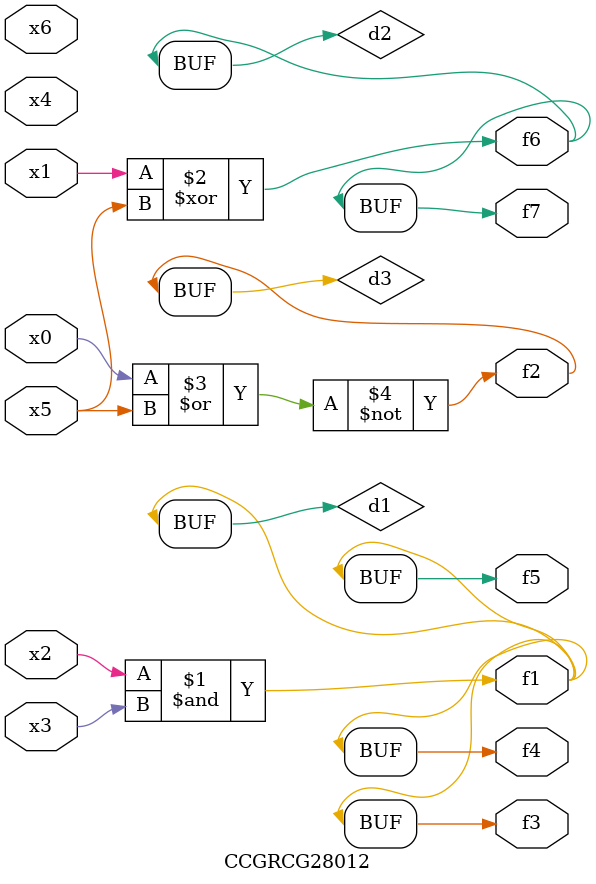
<source format=v>
module CCGRCG28012(
	input x0, x1, x2, x3, x4, x5, x6,
	output f1, f2, f3, f4, f5, f6, f7
);

	wire d1, d2, d3;

	and (d1, x2, x3);
	xor (d2, x1, x5);
	nor (d3, x0, x5);
	assign f1 = d1;
	assign f2 = d3;
	assign f3 = d1;
	assign f4 = d1;
	assign f5 = d1;
	assign f6 = d2;
	assign f7 = d2;
endmodule

</source>
